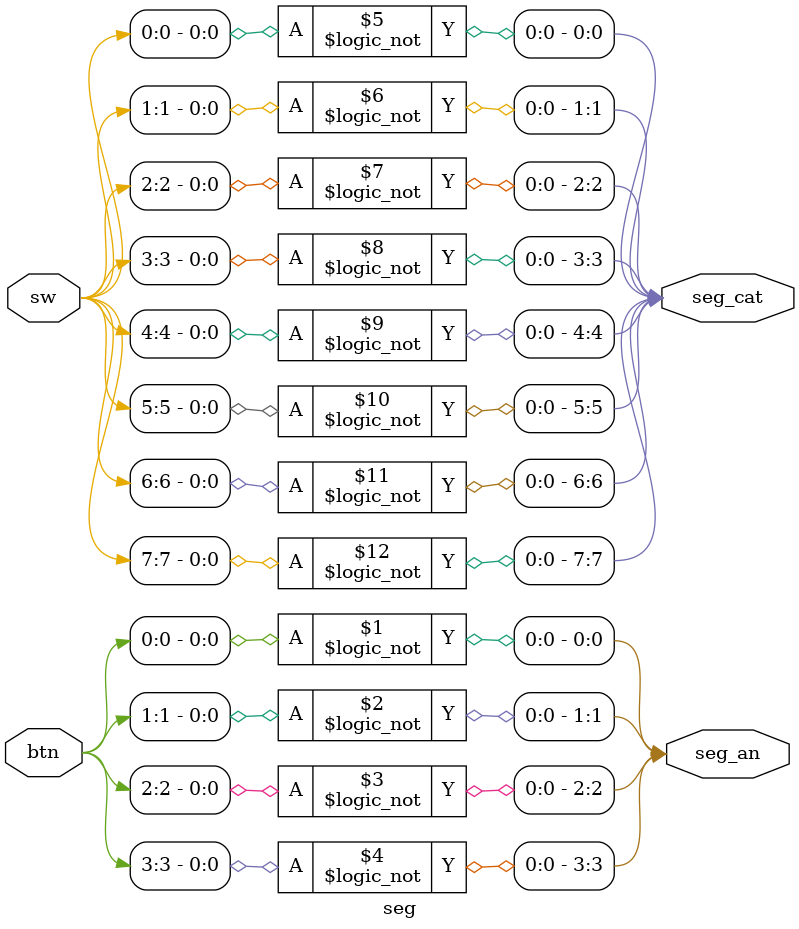
<source format=v>
`timescale 1ns / 1ps


module seg(
    input [3:0] btn,
    input [7:0] sw,
    output [7:0] seg_cat,
    output [3:0] seg_an
    );
    
    assign seg_an[0] = !btn[0];
    assign seg_an[1] = !btn[1];
    assign seg_an[2] = !btn[2];
    assign seg_an[3] = !btn[3];
    
    assign seg_cat[0] = !sw[0];
    assign seg_cat[1] = !sw[1];
    assign seg_cat[2] = !sw[2];
    assign seg_cat[3] = !sw[3];
    assign seg_cat[4] = !sw[4];
    assign seg_cat[5] = !sw[5];
    assign seg_cat[6] = !sw[6];
    assign seg_cat[7] = !sw[7];
    
    
endmodule

</source>
